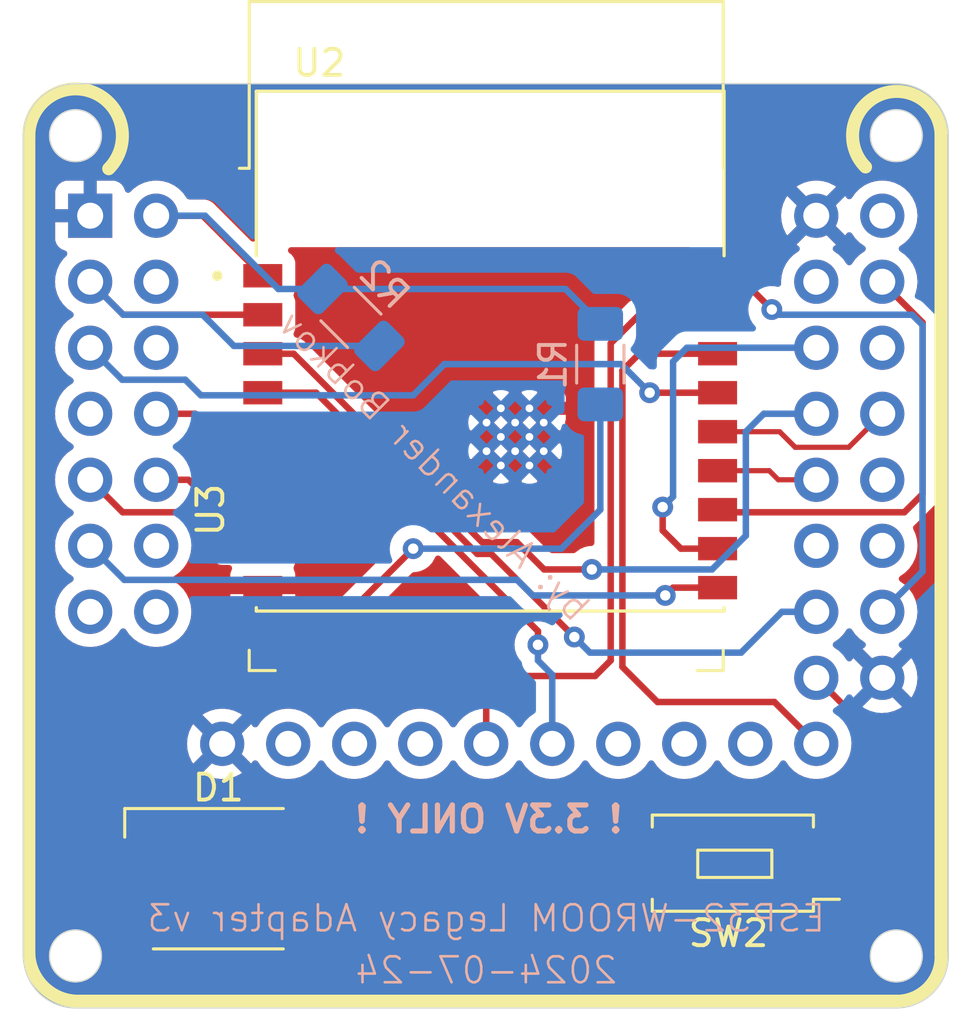
<source format=kicad_pcb>
(kicad_pcb (version 20240108) (generator "pcbnew") (generator_version "8.0")
  (layers (0 "F.Cu" signal) (31 "B.Cu" signal) (34 "B.Paste" user) (35 "F.Paste" user) (36 "B.SilkS" user "B.Silkscreen") (37 "F.SilkS" user "F.Silkscreen") (38 "B.Mask" user) (39 "F.Mask" user) (44 "Edge.Cuts" user))
  (net 0 "")
  (net 1 "GND")
  (net 2 "+3V3")
  (net 3 "Net-(D1-AB)")
  (net 4 "/GPIO0")
  (net 5 "/GPIO2")
  (net 11 "/GPIO7")
  (net 17 "/GPIO8")
  (net 19 "/GPIO3")
  (net 20 "/USB_D-")
  (net 21 "/GPIO6")
  (net 22 "/GPIO9")
  (net 23 "/GPIO5")
  (net 24 "/GPIO4")
  (net 25 "/EN")
  (net 26 "/GPIO10")
  (net 27 "/USB_D+")
  (net 28 "/GPIO1")
  (net 36 "/UART_TX")
  (net 37 "/UART_RX")
  (footprint "Alexander Footprint Library:ESP32-C3-WROOM-02-H4" (layer "F.Cu") (at 208.0625 86.5)
    (property "Reference" "U2" (at -6.575 -11.085 0) (layer "F.SilkS"))
    (property "Value" "ESP32-C3-WROOM-02-N4")
    (fp_line (start -9 -10) (end -9 -3.67) (stroke (width 0.127)) (layer "F.SilkS"))
    (fp_line (start -9 10) (end -9 9.87) (stroke (width 0.127)) (layer "F.SilkS"))
    (fp_line (start -9 10) (end 9 10) (stroke (width 0.127)) (layer "F.SilkS"))
    (fp_line (start 9 -10) (end -9 -10) (stroke (width 0.127)) (layer "F.SilkS"))
    (fp_line (start 9 -3.67) (end 9 -10) (stroke (width 0.127)) (layer "F.SilkS"))
    (fp_line (start 9 10) (end 9 9.87) (stroke (width 0.127)) (layer "F.SilkS"))
    (fp_circle (center -10.5 -2.9) (end -10.4 -2.9) (stroke (width 0.2)) (fill none) (layer "F.SilkS"))
    (pad "1" smd rect (at -8.75 -2.9) (size 1.5 0.9) (layers "F.Cu" "F.Paste" "F.Mask") (net 2 "+3V3"))
    (pad "2" smd rect (at -8.75 -1.4) (size 1.5 0.9) (layers "F.Cu" "F.Paste" "F.Mask") (net 25 "/EN"))
    (pad "3" smd rect (at -8.75 0.1) (size 1.5 0.9) (layers "F.Cu" "F.Paste" "F.Mask") (net 24 "/GPIO4"))
    (pad "4" smd rect (at -8.75 1.6) (size 1.5 0.9) (layers "F.Cu" "F.Paste" "F.Mask") (net 23 "/GPIO5"))
    (pad "5" smd rect (at -8.75 3.1) (size 1.5 0.9) (layers "F.Cu" "F.Paste" "F.Mask") (net 21 "/GPIO6"))
    (pad "6" smd rect (at -8.75 4.6) (size 1.5 0.9) (layers "F.Cu" "F.Paste" "F.Mask") (net 11 "/GPIO7"))
    (pad "7" smd rect (at -8.75 6.1) (size 1.5 0.9) (layers "F.Cu" "F.Paste" "F.Mask") (net 17 "/GPIO8"))
    (pad "8" smd rect (at -8.75 7.6) (size 1.5 0.9) (layers "F.Cu" "F.Paste" "F.Mask") (net 22 "/GPIO9"))
    (pad "9" smd rect (at -8.75 9.1) (size 1.5 0.9) (layers "F.Cu" "F.Paste" "F.Mask") (net 1 "GND"))
    (pad "10" smd rect (at 8.75 9.1) (size 1.5 0.9) (layers "F.Cu" "F.Paste" "F.Mask") (net 26 "/GPIO10"))
    (pad "11" smd rect (at 8.75 7.6) (size 1.5 0.9) (layers "F.Cu" "F.Paste" "F.Mask") (net 37 "/UART_RX"))
    (pad "12" smd rect (at 8.75 6.1) (size 1.5 0.9) (layers "F.Cu" "F.Paste" "F.Mask") (net 36 "/UART_TX"))
    (pad "13" smd rect (at 8.75 4.6) (size 1.5 0.9) (layers "F.Cu" "F.Paste" "F.Mask") (net 20 "/USB_D-"))
    (pad "14" smd rect (at 8.75 3.1) (size 1.5 0.9) (layers "F.Cu" "F.Paste" "F.Mask") (net 27 "/USB_D+"))
    (pad "15" smd rect (at 8.75 1.6) (size 1.5 0.9) (layers "F.Cu" "F.Paste" "F.Mask") (net 19 "/GPIO3"))
    (pad "16" smd rect (at 8.75 0.1) (size 1.5 0.9) (layers "F.Cu" "F.Paste" "F.Mask") (net 5 "/GPIO2"))
    (pad "17" smd rect (at 8.75 -1.4) (size 1.5 0.9) (layers "F.Cu" "F.Paste" "F.Mask") (net 28 "/GPIO1"))
    (pad "18" smd rect (at 8.75 -2.9) (size 1.5 0.9) (layers "F.Cu" "F.Paste" "F.Mask") (net 4 "/GPIO0"))
    (pad "19" smd rect (at -0.14 2.2) (size 0.7 0.7) (layers "F.Cu" "F.Paste" "F.Mask") (net 1 "GND"))
    (pad "20" smd rect (at 0.96 2.2) (size 0.7 0.7) (layers "F.Cu" "F.Paste" "F.Mask") (net 1 "GND"))
    (pad "21" smd rect (at 2.06 2.2) (size 0.7 0.7) (layers "F.Cu" "F.Paste" "F.Mask") (net 1 "GND"))
    (pad "22" smd rect (at -0.14 3.3) (size 0.7 0.7) (layers "F.Cu" "F.Paste" "F.Mask") (net 1 "GND"))
    (pad "23" smd rect (at 0.96 3.3) (size 0.7 0.7) (layers "F.Cu" "F.Paste" "F.Mask") (net 1 "GND"))
    (pad "24" smd rect (at 2.06 3.3) (size 0.7 0.7) (layers "F.Cu" "F.Paste" "F.Mask") (net 1 "GND"))
    (pad "25" smd rect (at -0.14 4.4) (size 0.7 0.7) (layers "F.Cu" "F.Paste" "F.Mask") (net 1 "GND"))
    (pad "26" smd rect (at 0.96 4.4) (size 0.7 0.7) (layers "F.Cu" "F.Paste" "F.Mask") (net 1 "GND"))
    (pad "27" smd rect (at 2.06 4.4) (size 0.7 0.7) (layers "F.Cu" "F.Paste" "F.Mask") (net 1 "GND"))
    (pad "28" thru_hole circle (at 0.41 2.2) (size 0.4 0.4) (drill 0.3) (layers "*.Cu") (net 1 "GND"))
    (pad "29" thru_hole circle (at 1.51 2.2) (size 0.4 0.4) (drill 0.3) (layers "*.Cu") (net 1 "GND"))
    (pad "30" thru_hole circle (at -0.14 2.75) (size 0.4 0.4) (drill 0.3) (layers "*.Cu") (net 1 "GND"))
    (pad "31" thru_hole circle (at 0.96 2.75) (size 0.4 0.4) (drill 0.3) (layers "*.Cu") (net 1 "GND"))
    (pad "32" thru_hole circle (at 2.06 2.75) (size 0.4 0.4) (drill 0.3) (layers "*.Cu") (net 1 "GND"))
    (pad "33" thru_hole circle (at 0.41 3.3) (size 0.4 0.4) (drill 0.3) (layers "*.Cu") (net 1 "GND"))
    (pad "34" thru_hole circle (at 1.51 3.3) (size 0.4 0.4) (drill 0.3) (layers "*.Cu") (net 1 "GND"))
    (pad "35" thru_hole circle (at -0.14 3.85) (size 0.4 0.4) (drill 0.3) (layers "*.Cu") (net 1 "GND"))
    (pad "36" thru_hole circle (at 0.96 3.85) (size 0.4 0.4) (drill 0.3) (layers "*.Cu") (net 1 "GND"))
    (pad "37" thru_hole circle (at 2.06 3.85) (size 0.4 0.4) (drill 0.3) (layers "*.Cu") (net 1 "GND"))
    (pad "38" thru_hole circle (at 0.41 4.4) (size 0.4 0.4) (drill 0.3) (layers "*.Cu") (net 1 "GND"))
    (pad "39" thru_hole circle (at 1.51 4.4) (size 0.4 0.4) (drill 0.3) (layers "*.Cu") (net 1 "GND"))
    (zone (net 0) (net_name "") (layer "F.Cu") (connect_pads (clearance 0)) (min_thickness 0.01)
      (keepout (tracks not_allowed) (vias not_allowed) (pads not_allowed) (copperpour not_allowed) (footprints allowed))
      (fill (thermal_gap 0.508) (thermal_bridge_width 0.508))
      (polygon (pts (xy 199.0625 76.5) (xy 217.0625 76.5) (xy 217.0625 82.5) (xy 199.0625 82.5)))
    )
    (zone (net 0) (net_name "") (layer "B.Cu") (connect_pads (clearance 0)) (min_thickness 0.01)
      (keepout (tracks not_allowed) (vias not_allowed) (pads not_allowed) (copperpour not_allowed) (footprints allowed))
      (fill (thermal_gap 0.508) (thermal_bridge_width 0.508))
      (polygon (pts (xy 199.0625 76.5) (xy 217.0625 76.5) (xy 217.0625 82.5) (xy 199.0625 82.5)))
    )
  )
  (footprint "Alexander Footprint Library:LED_5050-6" (layer "F.Cu") (at 197.6 106.8)
    (property "Reference" "D1" (at 0 -3.5 180) (layer "F.SilkS"))
    (property "Value" "LED_SMD_5050")
    (fp_line (start -3.6 -2.7) (end 2.5 -2.7) (stroke (width 0.12)) (layer "F.SilkS"))
    (fp_line (start -3.6 -1.6) (end -3.6 -2.7) (stroke (width 0.12)) (layer "F.SilkS"))
    (fp_line (start 2.5 2.7) (end -2.5 2.7) (stroke (width 0.12)) (layer "F.SilkS"))
    (pad "1" smd rect (at -2.4 -1.7 90) (size 1.1 2) (layers "F.Cu" "F.Paste" "F.Mask") (net 3 "Net-(D1-AB)"))
    (pad "2" smd rect (at -2.4 0 90) (size 1.1 2) (layers "F.Cu" "F.Paste" "F.Mask") (net 3 "Net-(D1-AB)"))
    (pad "3" smd rect (at -2.4 1.7 90) (size 1.1 2) (layers "F.Cu" "F.Paste" "F.Mask") (net 3 "Net-(D1-AB)"))
    (pad "4" smd rect (at 2.4 1.7 90) (size 1.1 2) (layers "F.Cu" "F.Paste" "F.Mask") (net 1 "GND"))
    (pad "5" smd rect (at 2.4 0 90) (size 1.1 2) (layers "F.Cu" "F.Paste" "F.Mask") (net 1 "GND"))
    (pad "6" smd rect (at 2.4 -1.7 90) (size 1.1 2) (layers "F.Cu" "F.Paste" "F.Mask") (net 1 "GND"))
  )
  (footprint "Alexander Footprint Library:CONN-ESP32-WROOM-Adapter-Legacy-v3" (layer "F.Cu") (at 207.91 88.91)
    (property "Reference" "U3" (at -10.61 3.7 90) (layer "F.SilkS"))
    (property "Value" "~")
    (fp_line (start -17.6 -10.6854) (end -17.6 20.9) (stroke (width 0.5)) (layer "F.SilkS"))
    (fp_line (start -9.12 -15.86) (end -9.12 -9.445) (stroke (width 0.12)) (layer "F.SilkS"))
    (fp_line (start -9.12 -15.86) (end 9.12 -15.86) (stroke (width 0.12)) (layer "F.SilkS"))
    (fp_line (start -9.12 -9.445) (end -9.5 -9.445) (stroke (width 0.12)) (layer "F.SilkS"))
    (fp_line (start -9.12 9.1) (end -9.12 9.88) (stroke (width 0.12)) (layer "F.SilkS"))
    (fp_line (start -9.12 9.88) (end -8.12 9.88) (stroke (width 0.12)) (layer "F.SilkS"))
    (fp_line (start 9.12 -15.86) (end 9.12 -9.445) (stroke (width 0.12)) (layer "F.SilkS"))
    (fp_line (start 9.12 9.1) (end 9.12 9.88) (stroke (width 0.12)) (layer "F.SilkS"))
    (fp_line (start 9.12 9.88) (end 8.12 9.88) (stroke (width 0.12)) (layer "F.SilkS"))
    (fp_line (start 15.8854 22.6) (end -15.7 22.6) (stroke (width 0.5)) (layer "F.SilkS"))
    (fp_line (start 17.5 -10.8) (end 17.5 20.7854) (stroke (width 0.5)) (layer "F.SilkS"))
    (fp_arc (start -17.6 -10.6854) (mid -15.117897 -12.365818) (end -14.527166 -9.427166) (stroke (width 0.5)) (layer "F.SilkS"))
    (fp_arc (start -15.700001 22.60263) (mid -17.00953 22.080265) (end -17.6 20.8) (stroke (width 0.5)) (layer "F.SilkS"))
    (fp_arc (start 14.595841 -9.495841) (mid 15.102381 -12.253488) (end 17.499999 -10.8) (stroke (width 0.5)) (layer "F.SilkS"))
    (fp_arc (start 17.5 20.7854) (mid 17.071898 22.033759) (end 15.880748 22.601944) (stroke (width 0.5)) (layer "F.SilkS"))
    (fp_line (start -17.8054 20.86) (end -17.8054 -10.7) (stroke (width 0.05)) (layer "Edge.Cuts"))
    (fp_line (start -15.8054 -12.7) (end 15.78 -12.7) (stroke (width 0.05)) (layer "Edge.Cuts"))
    (fp_line (start 15.78 22.86) (end -15.8054 22.86) (stroke (width 0.05)) (layer "Edge.Cuts"))
    (fp_line (start 17.78 -10.7) (end 17.78 20.86) (stroke (width 0.05)) (layer "Edge.Cuts"))
    (fp_arc (start -17.8054 -10.7) (mid -17.219614 -12.114214) (end -15.8054 -12.7) (stroke (width 0.05)) (layer "Edge.Cuts"))
    (fp_arc (start -15.8054 22.86) (mid -17.219614 22.274214) (end -17.8054 20.86) (stroke (width 0.05)) (layer "Edge.Cuts"))
    (fp_arc (start 15.78 -12.7) (mid 17.194214 -12.114214) (end 17.78 -10.7) (stroke (width 0.05)) (layer "Edge.Cuts"))
    (fp_arc (start 17.78 20.86) (mid 17.194214 22.274214) (end 15.78 22.86) (stroke (width 0.05)) (layer "Edge.Cuts"))
    (fp_circle (center -15.805401 -10.700001) (end -14.805401 -10.700001) (stroke (width 0.05)) (fill none) (layer "Edge.Cuts"))
    (fp_circle (center -15.805401 20.860001) (end -14.805401 20.860001) (stroke (width 0.05)) (fill none) (layer "Edge.Cuts"))
    (fp_circle (center 15.78 -10.7) (end 16.78 -10.7) (stroke (width 0.05)) (fill none) (layer "Edge.Cuts"))
    (fp_circle (center 15.78 20.86) (end 16.78 20.86) (stroke (width 0.05)) (fill none) (layer "Edge.Cuts"))
    (fp_text user "by: Alexander Bobkov" (at -2 2 -45) (layer "B.SilkS") (effects (font (thickness 0.1)) (justify mirror)))
    (fp_text user "2024-07-24" (at 0 22 0) (layer "B.SilkS") (effects (font (thickness 0.1)) (justify bottom mirror)))
    (fp_text user "! 3.3V ONLY !" (at 0.1 15.6 0) (layer "B.SilkS") (effects (font (thickness 0.2) (bold yes)) (justify mirror)))
    (fp_text user "ESP32-WROOM Legacy Adapter v3" (at 0 20 0) (layer "B.SilkS") (effects (font (thickness 0.1)) (justify bottom mirror)))
    (pad "1" thru_hole rect (at -15.24 -7.62) (size 1.7 1.7) (drill 1) (layers "*.Cu" "*.Mask") (net 1 "GND"))
    (pad "2" thru_hole circle (at -12.7 -7.62) (size 1.7 1.7) (drill 1) (layers "*.Cu" "*.Mask") (net 2 "+3V3"))
    (pad "3" thru_hole circle (at -15.24 -5.08) (size 1.7 1.7) (drill 1) (layers "*.Cu" "*.Mask") (net 25 "/EN"))
    (pad "4" thru_hole circle (at -12.7 -5.08) (size 1.7 1.7) (drill 1) (layers "*.Cu" "*.Mask"))
    (pad "5" thru_hole circle (at -15.24 -2.54) (size 1.7 1.7) (drill 1) (layers "*.Cu" "*.Mask") (net 19 "/GPIO3"))
    (pad "6" thru_hole circle (at -12.7 -2.54) (size 1.7 1.7) (drill 1) (layers "*.Cu" "*.Mask"))
    (pad "7" thru_hole circle (at -15.24 0) (size 1.7 1.7) (drill 1) (layers "*.Cu" "*.Mask"))
    (pad "8" thru_hole circle (at -12.7 0) (size 1.7 1.7) (drill 1) (layers "*.Cu" "*.Mask") (net 11 "/GPIO7"))
    (pad "9" thru_hole circle (at -15.24 2.54) (size 1.7 1.7) (drill 1) (layers "*.Cu" "*.Mask") (net 22 "/GPIO9"))
    (pad "10" thru_hole circle (at -12.7 2.54) (size 1.7 1.7) (drill 1) (layers "*.Cu" "*.Mask") (net 17 "/GPIO8"))
    (pad "11" thru_hole circle (at -15.24 5.08) (size 1.7 1.7) (drill 1) (layers "*.Cu" "*.Mask") (net 26 "/GPIO10"))
    (pad "12" thru_hole circle (at -12.7 5.08) (size 1.7 1.7) (drill 1) (layers "*.Cu" "*.Mask"))
    (pad "13" thru_hole circle (at -15.24 7.62) (size 1.7 1.7) (drill 1) (layers "*.Cu" "*.Mask"))
    (pad "14" thru_hole circle (at -12.7 7.62) (size 1.7 1.7) (drill 1) (layers "*.Cu" "*.Mask"))
    (pad "15" thru_hole circle (at -10.16 12.7) (size 1.7 1.7) (drill 1) (layers "*.Cu" "*.Mask") (net 1 "GND"))
    (pad "16" thru_hole circle (at -7.62 12.7) (size 1.7 1.7) (drill 1) (layers "*.Cu" "*.Mask"))
    (pad "17" thru_hole circle (at -5.08 12.7) (size 1.7 1.7) (drill 1) (layers "*.Cu" "*.Mask"))
    (pad "18" thru_hole circle (at -2.54 12.7) (size 1.7 1.7) (drill 1) (layers "*.Cu" "*.Mask"))
    (pad "19" thru_hole circle (at 0 12.7) (size 1.7 1.7) (drill 1) (layers "*.Cu" "*.Mask") (net 28 "/GPIO1"))
    (pad "20" thru_hole circle (at 2.54 12.7) (size 1.7 1.7) (drill 1) (layers "*.Cu" "*.Mask") (net 21 "/GPIO6"))
    (pad "21" thru_hole circle (at 5.08 12.7) (size 1.7 1.7) (drill 1) (layers "*.Cu" "*.Mask"))
    (pad "22" thru_hole circle (at 7.62 12.7) (size 1.7 1.7) (drill 1) (layers "*.Cu" "*.Mask"))
    (pad "23" thru_hole circle (at 10.16 12.7) (size 1.7 1.7) (drill 1) (layers "*.Cu" "*.Mask"))
    (pad "24" thru_hole circle (at 12.7 12.7) (size 1.7 1.7) (drill 1) (layers "*.Cu" "*.Mask") (net 5 "/GPIO2"))
    (pad "25" thru_hole circle (at 12.7 10.16) (size 1.7 1.7) (drill 1) (layers "*.Cu" "*.Mask") (net 4 "/GPIO0"))
    (pad "25" thru_hole circle (at 15.24 7.62) (size 1.7 1.7) (drill 1) (layers "*.Cu" "*.Mask") (net 4 "/GPIO0"))
    (pad "26" thru_hole circle (at 12.7 7.62) (size 1.7 1.7) (drill 1) (layers "*.Cu" "*.Mask") (net 23 "/GPIO5"))
    (pad "27" thru_hole circle (at 15.24 5.08) (size 1.7 1.7) (drill 1) (layers "*.Cu" "*.Mask"))
    (pad "28" thru_hole circle (at 12.7 5.08) (size 1.7 1.7) (drill 1) (layers "*.Cu" "*.Mask"))
    (pad "29" thru_hole circle (at 15.24 2.54) (size 1.7 1.7) (drill 1) (layers "*.Cu" "*.Mask"))
    (pad "30" thru_hole circle (at 12.7 2.54) (size 1.7 1.7) (drill 1) (layers "*.Cu" "*.Mask") (net 20 "/USB_D-"))
    (pad "31" thru_hole circle (at 15.24 0) (size 1.7 1.7) (drill 1) (layers "*.Cu" "*.Mask") (net 27 "/USB_D+"))
    (pad "32" thru_hole circle (at 12.7 0) (size 1.7 1.7) (drill 1) (layers "*.Cu" "*.Mask") (net 24 "/GPIO4"))
    (pad "33" thru_hole circle (at 15.24 -2.54) (size 1.7 1.7) (drill 1) (layers "*.Cu" "*.Mask"))
    (pad "34" thru_hole circle (at 12.7 -2.54) (size 1.7 1.7) (drill 1) (layers "*.Cu" "*.Mask") (net 37 "/UART_RX"))
    (pad "35" thru_hole circle (at 15.24 -5.08) (size 1.7 1.7) (drill 1) (layers "*.Cu" "*.Mask") (net 36 "/UART_TX"))
    (pad "36" thru_hole circle (at 12.7 -5.08) (size 1.7 1.7) (drill 1) (layers "*.Cu" "*.Mask"))
    (pad "37" thru_hole circle (at 15.24 -7.62) (size 1.7 1.7) (drill 1) (layers "*.Cu" "*.Mask"))
    (pad "38" thru_hole circle (at 12.7 -7.62) (size 1.7 1.7) (drill 1) (layers "*.Cu" "*.Mask") (net 1 "GND"))
    (pad "38" thru_hole circle (at 15.24 10.16) (size 1.7 1.7) (drill 1) (layers "*.Cu" "*.Mask") (net 1 "GND"))
  )
  (footprint "Alexander Footprint Library:SW_PUSH_6x3.5mm" (layer "F.Cu") (at 220.65 106.2 180)
    (property "Reference" "SW2" (at 3.42 -2.7 0) (layer "F.SilkS"))
    (property "Value" "SW_Push_SMD_6x3.5")
    (fp_line (start 6.35 1.39) (end 6.35 1.85) (stroke (width 0.12)) (layer "F.SilkS"))
    (fp_line (start 6.35 -1.85) (end 6.35 -1.39) (stroke (width 0.12)) (layer "F.SilkS"))
    (fp_line (start 6.35 -1.85) (end 0.15 -1.85) (stroke (width 0.12)) (layer "F.SilkS"))
    (fp_line (start 0.15 1.85) (end 6.35 1.85) (stroke (width 0.12)) (layer "F.SilkS"))
    (fp_line (start 0.15 1.39) (end 0.15 1.85) (stroke (width 0.12)) (layer "F.SilkS"))
    (fp_line (start 0.15 -1.39) (end -0.85 -1.39) (stroke (width 0.12)) (layer "F.SilkS"))
    (fp_line (start 0.15 -1.85) (end 0.15 -1.39) (stroke (width 0.12)) (layer "F.SilkS"))
    (fp_rect (start 1.75 -0.55) (end 4.6 0.5) (stroke (width 0.12)) (fill none) (layer "F.SilkS"))
    (pad "1" smd rect (at 0 0 270) (size 2.25 2.25) (layers "F.Cu" "F.Paste" "F.Mask") (net 4 "/GPIO0"))
    (pad "2" smd oval (at 6.5 0 270) (size 2.25 2.25) (layers "F.Cu" "F.Paste" "F.Mask") (net 1 "GND"))
  )
  (footprint "Resistor_SMD:R_1206_3216Metric_Pad1.30x1.75mm_HandSolder" (layer "B.Cu") (at 202.703984 85.203984 135)
    (property "Reference" "R2" (at 0 1.82 135) (layer "B.SilkS") (effects (justify mirror)))
    (property "Value" "R")
    (fp_line (start 0.727064 -0.91) (end -0.727064 -0.91) (stroke (width 0.12)) (layer "B.SilkS"))
    (fp_line (start 0.727064 0.91) (end -0.727064 0.91) (stroke (width 0.12)) (layer "B.SilkS"))
    (pad "1" smd roundrect (at -1.550001 0 135) (size 1.3 1.75) (layers "B.Cu" "B.Paste" "B.Mask") (roundrect_rratio 0.192308) (net 25 "/EN"))
    (pad "2" smd roundrect (at 1.550001 0 135) (size 1.3 1.75) (layers "B.Cu" "B.Paste" "B.Mask") (roundrect_rratio 0.192308) (net 2 "+3V3"))
  )
  (footprint "Resistor_SMD:R_1206_3216Metric_Pad1.30x1.75mm_HandSolder" (layer "B.Cu") (at 212.3 87 -90)
    (property "Reference" "R1" (at 0 1.82 90) (layer "B.SilkS") (effects (justify mirror)))
    (property "Value" "R")
    (fp_line (start 0.727064 0.91) (end -0.727064 0.91) (stroke (width 0.12)) (layer "B.SilkS"))
    (fp_line (start 0.727064 -0.91) (end -0.727064 -0.91) (stroke (width 0.12)) (layer "B.SilkS"))
    (pad "1" smd roundrect (at -1.550001 0 270) (size 1.3 1.75) (layers "B.Cu" "B.Paste" "B.Mask") (roundrect_rratio 0.192308) (net 2 "+3V3"))
    (pad "2" smd roundrect (at 1.550001 0 270) (size 1.3 1.75) (layers "B.Cu" "B.Paste" "B.Mask") (roundrect_rratio 0.192308) (net 3 "Net-(D1-AB)"))
  )
  (segment (start 199.3125 83.6) (end 197.0025 81.29) (width 0.25) (layer "F.Cu") (net 2))
  (segment (start 197.0025 81.29) (end 195.21 81.29) (width 0.25) (layer "F.Cu") (net 2))
  (segment (start 197.09 81.29) (end 195.21 81.29) (width 0.25) (layer "B.Cu") (net 2))
  (segment (start 210.957969 84.107968) (end 212.3 85.449999) (width 0.25) (layer "B.Cu") (net 2))
  (segment (start 201.607968 84.107968) (end 199.907968 84.107968) (width 0.25) (layer "B.Cu") (net 2))
  (segment (start 201.607968 84.107968) (end 210.957969 84.107968) (width 0.25) (layer "B.Cu") (net 2))
  (segment (start 199.907968 84.107968) (end 197.09 81.29) (width 0.25) (layer "B.Cu") (net 2))
  (segment (start 195.2 100.4) (end 195.2 108.5) (width 0.25) (layer "F.Cu") (net 3))
  (segment (start 200.5 98.7) (end 196.9 98.7) (width 0.25) (layer "F.Cu") (net 3))
  (segment (start 196.9 98.7) (end 195.2 100.4) (width 0.25) (layer "F.Cu") (net 3))
  (segment (start 205.1 94.1) (end 200.5 98.7) (width 0.25) (layer "F.Cu") (net 3))
  (via (at 205.1 94.1) (size 0.8) (drill 0.4) (layers "F.Cu" "B.Cu") (net 3))
  (segment (start 212.3 92.6) (end 212.3 88.550001) (width 0.25) (layer "B.Cu") (net 3))
  (segment (start 205.1 94.1) (end 210.8 94.1) (width 0.25) (layer "B.Cu") (net 3))
  (segment (start 210.8 94.1) (end 212.3 92.6) (width 0.25) (layer "B.Cu") (net 3))
  (segment (start 223.3 101.76) (end 223.3 105.7) (width 0.25) (layer "F.Cu") (net 4))
  (segment (start 223.3 105.7) (end 222.8 106.2) (width 0.25) (layer "F.Cu") (net 4))
  (segment (start 222.8 106.2) (end 220.65 106.2) (width 0.25) (layer "F.Cu") (net 4))
  (segment (start 218.9 84.9) (end 217.6 83.6) (width 0.25) (layer "F.Cu") (net 4))
  (segment (start 220.61 99.07) (end 223.3 101.76) (width 0.25) (layer "F.Cu") (net 4))
  (segment (start 217.6 83.6) (end 216.8125 83.6) (width 0.25) (layer "F.Cu") (net 4))
  (via (at 218.9 84.9) (size 0.8) (drill 0.4) (layers "F.Cu" "B.Cu") (net 4))
  (segment (start 219.1 85.1) (end 224.3 85.1) (width 0.25) (layer "B.Cu") (net 4))
  (segment (start 224.3 85.1) (end 224.7 85.5) (width 0.25) (layer "B.Cu") (net 4))
  (segment (start 224.7 85.5) (end 224.7 94.98) (width 0.25) (layer "B.Cu") (net 4))
  (segment (start 224.7 94.98) (end 223.15 96.53) (width 0.25) (layer "B.Cu") (net 4))
  (segment (start 218.9 84.9) (end 219.1 85.1) (width 0.25) (layer "B.Cu") (net 4))
  (segment (start 213.15 98.65) (end 214.5 100) (width 0.25) (layer "F.Cu") (net 5))
  (segment (start 214.5 100) (end 219 100) (width 0.25) (layer "F.Cu") (net 5))
  (segment (start 213.8 86.6) (end 213.15 87.25) (width 0.25) (layer "F.Cu") (net 5))
  (segment (start 216.8125 86.6) (end 213.8 86.6) (width 0.25) (layer "F.Cu") (net 5))
  (segment (start 213.15 87.25) (end 213.15 98.65) (width 0.25) (layer "F.Cu") (net 5))
  (segment (start 219 100) (end 220.61 101.61) (width 0.25) (layer "F.Cu") (net 5))
  (segment (start 197.2 90.6) (end 197.7 91.1) (width 0.25) (layer "F.Cu") (net 11))
  (segment (start 197.2 89.4) (end 197.2 90.6) (width 0.25) (layer "F.Cu") (net 11))
  (segment (start 197.7 91.1) (end 199.3125 91.1) (width 0.25) (layer "F.Cu") (net 11))
  (segment (start 195.21 88.91) (end 196.71 88.91) (width 0.25) (layer "F.Cu") (net 11))
  (segment (start 196.71 88.91) (end 197.2 89.4) (width 0.25) (layer "F.Cu") (net 11))
  (segment (start 197.6 92.6) (end 199.3125 92.6) (width 0.25) (layer "F.Cu") (net 17))
  (segment (start 196.45 91.45) (end 197.6 92.6) (width 0.25) (layer "F.Cu") (net 17))
  (segment (start 195.21 91.45) (end 196.45 91.45) (width 0.25) (layer "F.Cu") (net 17))
  (segment (start 214.2 88.1) (end 216.8125 88.1) (width 0.25) (layer "F.Cu") (net 19))
  (via (at 214.2 88.1) (size 0.8) (drill 0.4) (layers "F.Cu" "B.Cu") (net 19))
  (segment (start 196.930851 88.2) (end 196.330851 87.6) (width 0.25) (layer "B.Cu") (net 19))
  (segment (start 205.1 88.2) (end 196.930851 88.2) (width 0.25) (layer "B.Cu") (net 19))
  (segment (start 214.2 88.1) (end 213.1 87) (width 0.25) (layer "B.Cu") (net 19))
  (segment (start 213.1 87) (end 206.3 87) (width 0.25) (layer "B.Cu") (net 19))
  (segment (start 193.9 87.6) (end 192.67 86.37) (width 0.25) (layer "B.Cu") (net 19))
  (segment (start 206.3 87) (end 205.1 88.2) (width 0.25) (layer "B.Cu") (net 19))
  (segment (start 196.330851 87.6) (end 193.9 87.6) (width 0.25) (layer "B.Cu") (net 19))
  (segment (start 216.8125 91.1) (end 218.8 91.1) (width 0.2) (layer "F.Cu") (net 20))
  (segment (start 219.15 91.45) (end 220.61 91.45) (width 0.2) (layer "F.Cu") (net 20))
  (segment (start 218.8 91.1) (end 219.15 91.45) (width 0.2) (layer "F.Cu") (net 20))
  (segment (start 202.227208 89.6) (end 199.3125 89.6) (width 0.25) (layer "F.Cu") (net 21))
  (segment (start 209.9 97.272792) (end 202.227208 89.6) (width 0.25) (layer "F.Cu") (net 21))
  (segment (start 209.9 97.8) (end 209.9 97.272792) (width 0.25) (layer "F.Cu") (net 21))
  (via (at 209.9 97.8) (size 0.8) (drill 0.4) (layers "F.Cu" "B.Cu") (net 21))
  (segment (start 209.9 98.4) (end 210.45 98.95) (width 0.25) (layer "B.Cu") (net 21))
  (segment (start 210.45 98.95) (end 210.45 101.61) (width 0.25) (layer "B.Cu") (net 21))
  (segment (start 209.9 97.8) (end 209.9 98.4) (width 0.25) (layer "B.Cu") (net 21))
  (segment (start 192.67 91.45) (end 193.92 92.7) (width 0.25) (layer "F.Cu") (net 22))
  (segment (start 196.4 92.7) (end 197.8 94.1) (width 0.25) (layer "F.Cu") (net 22))
  (segment (start 197.8 94.1) (end 199.3125 94.1) (width 0.25) (layer "F.Cu") (net 22))
  (segment (start 193.92 92.7) (end 196.4 92.7) (width 0.25) (layer "F.Cu") (net 22))
  (segment (start 208.1 94.3) (end 207.563604 94.3) (width 0.25) (layer "F.Cu") (net 23))
  (segment (start 211.3 97.5) (end 208.1 94.3) (width 0.25) (layer "F.Cu") (net 23))
  (segment (start 207.563604 94.3) (end 201.363604 88.1) (width 0.25) (layer "F.Cu") (net 23))
  (segment (start 201.363604 88.1) (end 199.3125 88.1) (width 0.25) (layer "F.Cu") (net 23))
  (via (at 211.3 97.5) (size 0.8) (drill 0.4) (layers "F.Cu" "B.Cu") (net 23))
  (segment (start 219.29 96.53) (end 220.61 96.53) (width 0.25) (layer "B.Cu") (net 23))
  (segment (start 211.9 98.1) (end 217.72 98.1) (width 0.25) (layer "B.Cu") (net 23))
  (segment (start 211.3 97.5) (end 211.9 98.1) (width 0.25) (layer "B.Cu") (net 23))
  (segment (start 217.72 98.1) (end 219.29 96.53) (width 0.25) (layer "B.Cu") (net 23))
  (segment (start 200.5 86.6) (end 199.3125 86.6) (width 0.25) (layer "F.Cu") (net 24))
  (segment (start 210.136396 94.9) (end 209.086396 93.85) (width 0.25) (layer "F.Cu") (net 24))
  (segment (start 211.975 94.9) (end 210.136396 94.9) (width 0.25) (layer "F.Cu") (net 24))
  (segment (start 209.086396 93.85) (end 207.75 93.85) (width 0.25) (layer "F.Cu") (net 24))
  (segment (start 207.75 93.85) (end 200.5 86.6) (width 0.25) (layer "F.Cu") (net 24))
  (via (at 211.975 94.9) (size 0.8) (drill 0.4) (layers "F.Cu" "B.Cu") (net 24))
  (segment (start 216.6 94.9) (end 217.9 93.6) (width 0.25) (layer "B.Cu") (net 24))
  (segment (start 211.975 94.9) (end 216.6 94.9) (width 0.25) (layer "B.Cu") (net 24))
  (segment (start 217.9 89.6) (end 218.59 88.91) (width 0.25) (layer "B.Cu") (net 24))
  (segment (start 217.9 93.6) (end 217.9 89.6) (width 0.25) (layer "B.Cu") (net 24))
  (segment (start 218.59 88.91) (end 220.61 88.91) (width 0.25) (layer "B.Cu") (net 24))
  (segment (start 193.94 85.1) (end 192.67 83.83) (width 0.25) (layer "F.Cu") (net 25))
  (segment (start 199.3125 85.1) (end 193.94 85.1) (width 0.25) (layer "F.Cu") (net 25))
  (segment (start 193.94 85.1) (end 192.67 83.83) (width 0.25) (layer "B.Cu") (net 25))
  (segment (start 203.8 86.3) (end 198.2 86.3) (width 0.25) (layer "B.Cu") (net 25))
  (segment (start 197.2 85.3) (end 197 85.1) (width 0.25) (layer "B.Cu") (net 25))
  (segment (start 197 85.1) (end 193.94 85.1) (width 0.25) (layer "B.Cu") (net 25))
  (segment (start 198.2 86.3) (end 197 85.1) (width 0.25) (layer "B.Cu") (net 25))
  (segment (start 216.8125 95.6) (end 215.1 95.6) (width 0.25) (layer "F.Cu") (net 26))
  (segment (start 215.1 95.6) (end 214.8 95.9) (width 0.25) (layer "F.Cu") (net 26))
  (via (at 214.8 95.9) (size 0.8) (drill 0.4) (layers "F.Cu" "B.Cu") (net 26))
  (segment (start 209.1 95.3) (end 193.98 95.3) (width 0.25) (layer "B.Cu") (net 26))
  (segment (start 193.98 95.3) (end 192.67 93.99) (width 0.25) (layer "B.Cu") (net 26))
  (segment (start 209.7 95.9) (end 209.1 95.3) (width 0.25) (layer "B.Cu") (net 26))
  (segment (start 214.8 95.9) (end 209.7 95.9) (width 0.25) (layer "B.Cu") (net 26))
  (segment (start 216.8125 89.6) (end 219.2 89.6) (width 0.2) (layer "F.Cu") (net 27))
  (segment (start 219.2 89.6) (end 219.8 90.2) (width 0.2) (layer "F.Cu") (net 27))
  (segment (start 221.86 90.2) (end 223.15 88.91) (width 0.2) (layer "F.Cu") (net 27))
  (segment (start 219.8 90.2) (end 221.86 90.2) (width 0.2) (layer "F.Cu") (net 27))
  (segment (start 212.1 99) (end 212.7 98.4) (width 0.25) (layer "F.Cu") (net 28))
  (segment (start 207.91 99.69) (end 208.6 99) (width 0.25) (layer "F.Cu") (net 28))
  (segment (start 213.8 85.1) (end 216.8125 85.1) (width 0.25) (layer "F.Cu") (net 28))
  (segment (start 212.7 98.4) (end 212.7 86.2) (width 0.25) (layer "F.Cu") (net 28))
  (segment (start 207.91 101.61) (end 207.91 99.69) (width 0.25) (layer "F.Cu") (net 28))
  (segment (start 212.7 86.2) (end 213.8 85.1) (width 0.25) (layer "F.Cu") (net 28))
  (segment (start 208.6 99) (end 212.1 99) (width 0.25) (layer "F.Cu") (net 28))
  (segment (start 224 92.7) (end 224.7 92) (width 0.25) (layer "F.Cu") (net 36))
  (segment (start 223.15 83.85) (end 223.15 83.83) (width 0.25) (layer "F.Cu") (net 36))
  (segment (start 216.8125 92.6) (end 216.9125 92.7) (width 0.25) (layer "F.Cu") (net 36))
  (segment (start 224.7 85.4) (end 223.15 83.85) (width 0.25) (layer "F.Cu") (net 36))
  (segment (start 224.7 92) (end 224.7 85.4) (width 0.25) (layer "F.Cu") (net 36))
  (segment (start 216.9125 92.7) (end 224 92.7) (width 0.25) (layer "F.Cu") (net 36))
  (segment (start 214.7 93.4) (end 215.4 94.1) (width 0.25) (layer "F.Cu") (net 37))
  (segment (start 214.7 92.5) (end 214.7 93.4) (width 0.25) (layer "F.Cu") (net 37))
  (segment (start 215.4 94.1) (end 216.8125 94.1) (width 0.25) (layer "F.Cu") (net 37))
  (via (at 214.7 92.5) (size 0.8) (drill 0.4) (layers "F.Cu" "B.Cu") (net 37))
  (segment (start 215.1 86.9) (end 215.63 86.37) (width 0.25) (layer "B.Cu") (net 37))
  (segment (start 215.63 86.37) (end 220.61 86.37) (width 0.25) (layer "B.Cu") (net 37))
  (segment (start 215.1 92.1) (end 215.1 86.9) (width 0.25) (layer "B.Cu") (net 37))
  (segment (start 214.7 92.5) (end 215.1 92.1) (width 0.25) (layer "B.Cu") (net 37))
  (zone (net 1) (net_name "GND") (layer "F.Cu") (priority 2) (connect_pads (clearance 0.5)) (min_thickness 0.25) (fill yes (thermal_gap 0.5) (thermal_bridge_width 0.5))
    (polygon (pts (xy 189.6 75.7) (xy 226.4 75.7) (xy 226.4 112.4) (xy 189.4 112.1)))
  )
  (zone (net 1) (net_name "GND") (layer "B.Cu") (priority 3) (connect_pads (clearance 0.5)) (min_thickness 0.25) (fill yes (thermal_gap 0.5) (thermal_bridge_width 0.5))
    (polygon (pts (xy 189.5 75.4) (xy 226.5 75.4) (xy 226.5 112.4) (xy 189.2 112.3)))
  )
)
</source>
